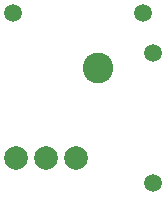
<source format=gbr>
G04 EAGLE Gerber RS-274X export*
G75*
%MOMM*%
%FSLAX34Y34*%
%LPD*%
%INSoldermask Top*%
%IPPOS*%
%AMOC8*
5,1,8,0,0,1.08239X$1,22.5*%
G01*
G04 Define Apertures*
%ADD10C,2.603200*%
%ADD11C,2.003200*%
%ADD12C,1.511200*%
D10*
X88900Y114300D03*
D11*
X19160Y38100D03*
X69960Y38100D03*
X44560Y38100D03*
D12*
X135500Y126700D03*
X135500Y16700D03*
X126700Y160600D03*
X16700Y160600D03*
M02*

</source>
